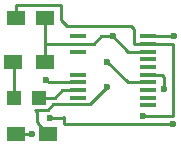
<source format=gbr>
%TF.GenerationSoftware,KiCad,Pcbnew,4.0.5+dfsg1-4*%
%TF.CreationDate,2019-06-07T17:57:55-04:00*%
%TF.ProjectId,u2f,7532662E6B696361645F706362000000,rev?*%
%TF.FileFunction,Copper,L1,Top,Signal*%
%FSLAX46Y46*%
G04 Gerber Fmt 4.6, Leading zero omitted, Abs format (unit mm)*
G04 Created by KiCad (PCBNEW 4.0.5+dfsg1-4) date Fri Jun  7 17:57:55 2019*
%MOMM*%
%LPD*%
G01*
G04 APERTURE LIST*
%ADD10C,0.100000*%
%ADD11R,1.500000X1.250000*%
%ADD12R,1.198880X1.198880*%
%ADD13R,1.500000X1.300000*%
%ADD14R,1.450000X0.450000*%
%ADD15C,0.600000*%
%ADD16C,0.250000*%
G04 APERTURE END LIST*
D10*
D11*
X141117000Y-99949000D03*
X143617000Y-99949000D03*
D12*
X143035020Y-106680000D03*
X140936980Y-106680000D03*
D13*
X141144000Y-109728000D03*
X143844000Y-109728000D03*
X140890000Y-103632000D03*
X143590000Y-103632000D03*
D14*
X146402000Y-101469000D03*
X146402000Y-102769000D03*
X146402000Y-104719000D03*
X146402000Y-105369000D03*
X146402000Y-106019000D03*
X146402000Y-106669000D03*
X152302000Y-107319000D03*
X152302000Y-106669000D03*
X152302000Y-106019000D03*
X152302000Y-105369000D03*
X152302000Y-104719000D03*
X152302000Y-104069000D03*
X152302000Y-103419000D03*
X152302000Y-102769000D03*
X152302000Y-102119000D03*
X152302000Y-101469000D03*
D15*
X151892000Y-108204000D03*
X149352000Y-101473000D03*
X143687800Y-105156000D03*
X148844000Y-103632000D03*
X148844000Y-105791000D03*
X153670000Y-105918000D03*
X142494000Y-109753400D03*
X143992600Y-108356400D03*
X154482800Y-101473000D03*
X154406600Y-108864400D03*
D16*
X150876000Y-100584000D02*
X145415000Y-100584000D01*
X150876000Y-100584000D02*
X151130000Y-100838000D01*
X151130000Y-100838000D02*
X151130000Y-102108000D01*
X151130000Y-102108000D02*
X151141000Y-102119000D01*
X152302000Y-102119000D02*
X151141000Y-102119000D01*
X141117000Y-98826000D02*
X141117000Y-99949000D01*
X141097000Y-98806000D02*
X141117000Y-98826000D01*
X144907000Y-98806000D02*
X141097000Y-98806000D01*
X144907000Y-100076000D02*
X144907000Y-98806000D01*
X145415000Y-100584000D02*
X144907000Y-100076000D01*
X154421000Y-102119000D02*
X154421000Y-108193000D01*
X154410000Y-108204000D02*
X151892000Y-108204000D01*
X154421000Y-108193000D02*
X154410000Y-108204000D01*
X152302000Y-102119000D02*
X154421000Y-102119000D01*
X154421000Y-102119000D02*
X154432000Y-102108000D01*
X149352000Y-101473000D02*
X148336000Y-101473000D01*
X150648000Y-102769000D02*
X149352000Y-101473000D01*
X152302000Y-102769000D02*
X150648000Y-102769000D01*
X143617000Y-102081000D02*
X143617000Y-99949000D01*
X143590000Y-102108000D02*
X143617000Y-102081000D01*
X147701000Y-102108000D02*
X143590000Y-102108000D01*
X148336000Y-101473000D02*
X147701000Y-102108000D01*
X143590000Y-103632000D02*
X143590000Y-99976000D01*
X143590000Y-99976000D02*
X143617000Y-99949000D01*
X143035020Y-106680000D02*
X144399000Y-106680000D01*
X145060000Y-106019000D02*
X146402000Y-106019000D01*
X144399000Y-106680000D02*
X145060000Y-106019000D01*
X143900800Y-105369000D02*
X146402000Y-105369000D01*
X143687800Y-105156000D02*
X143900800Y-105369000D01*
X152302000Y-105369000D02*
X150581000Y-105369000D01*
X150581000Y-105369000D02*
X148844000Y-103632000D01*
X143844000Y-107692200D02*
X142701000Y-107692200D01*
X147396200Y-107238800D02*
X144297400Y-107238800D01*
X144297400Y-107238800D02*
X143844000Y-107692200D01*
X148082000Y-106553000D02*
X147396200Y-107238800D01*
X142875000Y-108759000D02*
X143844000Y-109728000D01*
X142875000Y-107866200D02*
X142875000Y-108759000D01*
X142701000Y-107692200D02*
X142875000Y-107866200D01*
X153487000Y-104719000D02*
X153670000Y-104902000D01*
X153670000Y-105918000D02*
X153670000Y-104902000D01*
X153487000Y-104719000D02*
X152302000Y-104719000D01*
X148844000Y-105791000D02*
X148082000Y-106553000D01*
X148082000Y-106553000D02*
X148082000Y-106553000D01*
X140936980Y-106680000D02*
X140936980Y-103678980D01*
X140936980Y-103678980D02*
X140890000Y-103632000D01*
X145186400Y-108864400D02*
X145186400Y-108280200D01*
X142494000Y-109753400D02*
X142468600Y-109728000D01*
X142468600Y-109728000D02*
X141144000Y-109728000D01*
X145110200Y-108356400D02*
X143992600Y-108356400D01*
X145186400Y-108280200D02*
X145110200Y-108356400D01*
X145796000Y-108864400D02*
X145186400Y-108864400D01*
X145186400Y-108864400D02*
X145183002Y-108864400D01*
X153902600Y-101469000D02*
X153906600Y-101473000D01*
X153906600Y-101473000D02*
X154482800Y-101473000D01*
X152302000Y-101469000D02*
X153902600Y-101469000D01*
X154406600Y-108864400D02*
X145796000Y-108864400D01*
X141144000Y-109728000D02*
X141144000Y-109681000D01*
M02*

</source>
